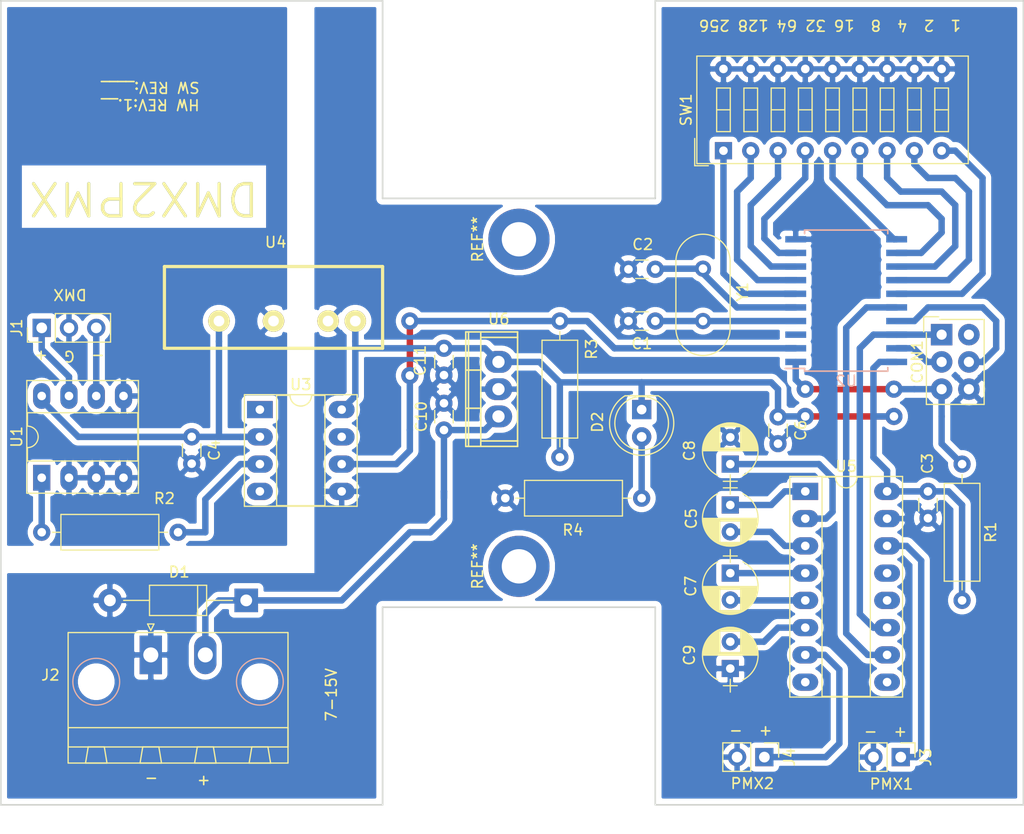
<source format=kicad_pcb>
(kicad_pcb (version 20171130) (host pcbnew "(5.1.8)-1")
  (layers (0 F.Cu jumper) (31 B.Cu signal) (34 B.Paste user) (35 F.Paste user) (36 B.SilkS user) (37 F.SilkS user) (38 B.Mask user) (39 F.Mask user) (44 Edge.Cuts user))
  (net 0 "")
  (net 1 "Net-(C1-Pad1)")
  (net 2 GNDD)
  (net 3 "Net-(C2-Pad1)")
  (net 4 +5VD)
  (net 5 +5V)
  (net 6 GND)
  (net 7 "Net-(C5-Pad1)")
  (net 8 "Net-(C5-Pad2)")
  (net 9 "Net-(C7-Pad1)")
  (net 10 "Net-(C7-Pad2)")
  (net 11 "Net-(C8-Pad1)")
  (net 12 "Net-(CON1-Pad1)")
  (net 13 "Net-(CON1-Pad3)")
  (net 14 "Net-(CON1-Pad5)")
  (net 15 "Net-(CON1-Pad4)")
  (net 16 "Net-(D2-Pad2)")
  (net 17 "Net-(J1-Pad1)")
  (net 18 "Net-(J1-Pad3)")
  (net 19 "Net-(J3-Pad1)")
  (net 20 "Net-(J4-Pad1)")
  (net 21 "Net-(R2-Pad1)")
  (net 22 "Net-(R2-Pad2)")
  (net 23 /1)
  (net 24 /2)
  (net 25 /3)
  (net 26 /4)
  (net 27 /5)
  (net 28 /6)
  (net 29 /7)
  (net 30 /8)
  (net 31 /9)
  (net 32 "Net-(U2-Pad16)")
  (net 33 "Net-(C9-Pad2)")
  (net 34 "Net-(C10-Pad1)")
  (net 35 "Net-(R3-Pad2)")
  (module Mounting_Holes:MountingHole_3.2mm_M3_ISO7380_Pad (layer F.Cu) (at 83.82 116.205 90)
    (fp_text reference REF** (at 0 -3.85 90) (layer F.SilkS))
    (fp_text value MountingHole_3.2mm_M3_ISO7380_Pad)
    (pad 1 thru_hole circle (at 0 0 90) (size 5.7 5.7) (drill 3.2) (layers *.Cu *.Mask))
  )
  (module Mounting_Holes:MountingHole_3.2mm_M3_ISO7380_Pad (layer F.Cu) (at 83.82 85.725 90)
    (fp_text reference REF** (at 0 -3.85 90) (layer F.SilkS))
    (fp_text value MountingHole_3.2mm_M3_ISO7380_Pad)
    (pad 1 thru_hole circle (at 0 0 90) (size 5.7 5.7) (drill 3.2) (layers *.Cu *.Mask))
  )
  (module Housings_SOIC:SOIC-20W_7.5x12.8mm_Pitch1.27mm (layer B.Cu) (at 114.3 91.44)
    (fp_text reference U2 (at 0 7.5) (layer B.SilkS) (effects (justify mirror)))
    (fp_text value ATTINY2313-20SU)
    (pad 1 smd rect (at -4.7 5.715) (size 1.95 0.6) (layers B.Cu B.Paste B.Mask) (net 14 "Net-(CON1-Pad5)"))
    (pad 2 smd rect (at -4.7 4.445) (size 1.95 0.6) (layers B.Cu B.Paste B.Mask) (net 35 "Net-(R3-Pad2)"))
    (pad 3 smd rect (at -4.7 3.175) (size 1.95 0.6) (layers B.Cu B.Paste B.Mask))
    (pad 4 smd rect (at -4.7 1.905) (size 1.95 0.6) (layers B.Cu B.Paste B.Mask) (net 1 "Net-(C1-Pad1)"))
    (pad 5 smd rect (at -4.7 0.635) (size 1.95 0.6) (layers B.Cu B.Paste B.Mask) (net 3 "Net-(C2-Pad1)"))
    (pad 6 smd rect (at -4.7 -0.635) (size 1.95 0.6) (layers B.Cu B.Paste B.Mask) (net 27 /5))
    (pad 7 smd rect (at -4.7 -1.905) (size 1.95 0.6) (layers B.Cu B.Paste B.Mask) (net 28 /6))
    (pad 8 smd rect (at -4.7 -3.175) (size 1.95 0.6) (layers B.Cu B.Paste B.Mask) (net 29 /7))
    (pad 9 smd rect (at -4.7 -4.445) (size 1.95 0.6) (layers B.Cu B.Paste B.Mask) (net 30 /8))
    (pad 10 smd rect (at -4.7 -5.715) (size 1.95 0.6) (layers B.Cu B.Paste B.Mask) (net 2 GNDD))
    (pad 11 smd rect (at 4.7 -5.715) (size 1.95 0.6) (layers B.Cu B.Paste B.Mask) (net 31 /9))
    (pad 12 smd rect (at 4.7 -4.445) (size 1.95 0.6) (layers B.Cu B.Paste B.Mask) (net 23 /1))
    (pad 13 smd rect (at 4.7 -3.175) (size 1.95 0.6) (layers B.Cu B.Paste B.Mask) (net 24 /2))
    (pad 14 smd rect (at 4.7 -1.905) (size 1.95 0.6) (layers B.Cu B.Paste B.Mask) (net 25 /3))
    (pad 15 smd rect (at 4.7 -0.635) (size 1.95 0.6) (layers B.Cu B.Paste B.Mask) (net 26 /4))
    (pad 16 smd rect (at 4.7 0.635) (size 1.95 0.6) (layers B.Cu B.Paste B.Mask) (net 32 "Net-(U2-Pad16)"))
    (pad 17 smd rect (at 4.7 1.905) (size 1.95 0.6) (layers B.Cu B.Paste B.Mask) (net 15 "Net-(CON1-Pad4)"))
    (pad 18 smd rect (at 4.7 3.175) (size 1.95 0.6) (layers B.Cu B.Paste B.Mask) (net 12 "Net-(CON1-Pad1)"))
    (pad 19 smd rect (at 4.7 4.445) (size 1.95 0.6) (layers B.Cu B.Paste B.Mask) (net 13 "Net-(CON1-Pad3)"))
    (pad 20 smd rect (at 4.7 5.715) (size 1.95 0.6) (layers B.Cu B.Paste B.Mask) (net 4 +5VD))
  )
  (module Capacitors_THT:C_Disc_D3.0mm_W1.6mm_P2.50mm (layer F.Cu) (at 96.52 93.345 180)
    (fp_text reference C1 (at 1.25 -2.11 180) (layer F.SilkS))
    (fp_text value C)
    (pad 1 thru_hole circle (at 0 0 180) (size 1.6 1.6) (drill 0.8) (layers *.Cu *.Mask) (net 1 "Net-(C1-Pad1)"))
    (pad 2 thru_hole circle (at 2.5 0 180) (size 1.6 1.6) (drill 0.8) (layers *.Cu *.Mask) (net 2 GNDD))
  )
  (module Capacitors_THT:C_Disc_D3.0mm_W1.6mm_P2.50mm (layer F.Cu) (at 96.52 88.519 180)
    (fp_text reference C2 (at 1.1684 2.3114 180) (layer F.SilkS))
    (fp_text value C)
    (pad 1 thru_hole circle (at 0 0 180) (size 1.6 1.6) (drill 0.8) (layers *.Cu *.Mask) (net 3 "Net-(C2-Pad1)"))
    (pad 2 thru_hole circle (at 2.5 0 180) (size 1.6 1.6) (drill 0.8) (layers *.Cu *.Mask) (net 2 GNDD))
  )
  (module Buttons_Switches_THT:SW_DIP_x9_W7.62mm_Slide (layer F.Cu) (at 102.87 77.47 90)
    (fp_text reference SW1 (at 3.81 -3.48 90) (layer F.SilkS))
    (fp_text value SW_DIP_x09)
    (pad 1 thru_hole rect (at 0 0 90) (size 1.6 1.6) (drill 0.8) (layers *.Cu *.Mask) (net 27 /5))
    (pad 10 thru_hole oval (at 7.62 20.32 90) (size 1.6 1.6) (drill 0.8) (layers *.Cu *.Mask) (net 2 GNDD))
    (pad 2 thru_hole oval (at 0 2.54 90) (size 1.6 1.6) (drill 0.8) (layers *.Cu *.Mask) (net 28 /6))
    (pad 11 thru_hole oval (at 7.62 17.78 90) (size 1.6 1.6) (drill 0.8) (layers *.Cu *.Mask) (net 2 GNDD))
    (pad 3 thru_hole oval (at 0 5.08 90) (size 1.6 1.6) (drill 0.8) (layers *.Cu *.Mask) (net 29 /7))
    (pad 12 thru_hole oval (at 7.62 15.24 90) (size 1.6 1.6) (drill 0.8) (layers *.Cu *.Mask) (net 2 GNDD))
    (pad 4 thru_hole oval (at 0 7.62 90) (size 1.6 1.6) (drill 0.8) (layers *.Cu *.Mask) (net 30 /8))
    (pad 13 thru_hole oval (at 7.62 12.7 90) (size 1.6 1.6) (drill 0.8) (layers *.Cu *.Mask) (net 2 GNDD))
    (pad 5 thru_hole oval (at 0 10.16 90) (size 1.6 1.6) (drill 0.8) (layers *.Cu *.Mask) (net 31 /9))
    (pad 14 thru_hole oval (at 7.62 10.16 90) (size 1.6 1.6) (drill 0.8) (layers *.Cu *.Mask) (net 2 GNDD))
    (pad 6 thru_hole oval (at 0 12.7 90) (size 1.6 1.6) (drill 0.8) (layers *.Cu *.Mask) (net 23 /1))
    (pad 15 thru_hole oval (at 7.62 7.62 90) (size 1.6 1.6) (drill 0.8) (layers *.Cu *.Mask) (net 2 GNDD))
    (pad 7 thru_hole oval (at 0 15.24 90) (size 1.6 1.6) (drill 0.8) (layers *.Cu *.Mask) (net 24 /2))
    (pad 16 thru_hole oval (at 7.62 5.08 90) (size 1.6 1.6) (drill 0.8) (layers *.Cu *.Mask) (net 2 GNDD))
    (pad 8 thru_hole oval (at 0 17.78 90) (size 1.6 1.6) (drill 0.8) (layers *.Cu *.Mask) (net 25 /3))
    (pad 17 thru_hole oval (at 7.62 2.54 90) (size 1.6 1.6) (drill 0.8) (layers *.Cu *.Mask) (net 2 GNDD))
    (pad 9 thru_hole oval (at 0 20.32 90) (size 1.6 1.6) (drill 0.8) (layers *.Cu *.Mask) (net 26 /4))
    (pad 18 thru_hole oval (at 7.62 0 90) (size 1.6 1.6) (drill 0.8) (layers *.Cu *.Mask) (net 2 GNDD))
  )
  (module Crystals:Crystal_HC49-U_Vertical (layer F.Cu) (at 100.965 93.345 90)
    (fp_text reference Y1 (at 2.7178 3.683 90) (layer F.SilkS))
    (fp_text value Crystal)
    (pad 1 thru_hole circle (at 0 0 90) (size 1.5 1.5) (drill 0.8) (layers *.Cu *.Mask) (net 1 "Net-(C1-Pad1)"))
    (pad 2 thru_hole circle (at 4.88 0 90) (size 1.5 1.5) (drill 0.8) (layers *.Cu *.Mask) (net 3 "Net-(C2-Pad1)"))
  )
  (module Connectors_Samtec:SDL-106-X-XX_2x03 (layer F.Cu) (at 123.19 94.615)
    (fp_text reference CON1 (at -2.27 2.54 90) (layer F.SilkS))
    (fp_text value AVR-ISP-6)
    (pad 1 thru_hole rect (at 0 0) (size 2 2) (drill 0.95) (layers *.Cu *.Mask) (net 12 "Net-(CON1-Pad1)"))
    (pad 3 thru_hole circle (at 0 2.54) (size 2 2) (drill 0.95) (layers *.Cu *.Mask) (net 13 "Net-(CON1-Pad3)"))
    (pad 5 thru_hole circle (at 0 5.08) (size 2 2) (drill 0.95) (layers *.Cu *.Mask) (net 14 "Net-(CON1-Pad5)"))
    (pad 2 thru_hole circle (at 2.54 0) (size 2 2) (drill 0.95) (layers *.Cu *.Mask))
    (pad 4 thru_hole circle (at 2.54 2.54) (size 2 2) (drill 0.95) (layers *.Cu *.Mask) (net 15 "Net-(CON1-Pad4)"))
    (pad 6 thru_hole circle (at 2.54 5.08) (size 2 2) (drill 0.95) (layers *.Cu *.Mask) (net 2 GNDD))
  )
  (module Capacitors_THT:C_Disc_D3.0mm_W1.6mm_P2.50mm (layer F.Cu) (at 76.835 95.885 270)
    (fp_text reference C11 (at 1.143 2.2098 90) (layer F.SilkS))
    (fp_text value C)
    (pad 1 thru_hole circle (at 0 0 270) (size 1.6 1.6) (drill 0.8) (layers *.Cu *.Mask) (net 4 +5VD))
    (pad 2 thru_hole circle (at 2.5 0 270) (size 1.6 1.6) (drill 0.8) (layers *.Cu *.Mask) (net 2 GNDD))
  )
  (module Power_Integrations:TO-220 (layer F.Cu) (at 81.915 99.695 90)
    (fp_text reference U6 (at 6.5278 0.0254 180) (layer F.SilkS))
    (fp_text value L7805)
    (pad 2 thru_hole oval (at 0 0 90) (size 2.032 2.54) (drill 1.143) (layers *.Cu *.Mask) (net 2 GNDD))
    (pad 3 thru_hole oval (at 2.54 0 90) (size 2.032 2.54) (drill 1.143) (layers *.Cu *.Mask) (net 4 +5VD))
    (pad 1 thru_hole oval (at -2.54 0 90) (size 2.032 2.54) (drill 1.143) (layers *.Cu *.Mask) (net 34 "Net-(C10-Pad1)"))
  )
  (module Resistors_THT:R_Axial_DIN0309_L9.0mm_D3.2mm_P12.70mm_Horizontal (layer F.Cu) (at 125.095 106.68 270)
    (fp_text reference R1 (at 6.35 -2.66 270) (layer F.SilkS))
    (fp_text value 10K)
    (pad 1 thru_hole circle (at 0 0 270) (size 1.6 1.6) (drill 0.8) (layers *.Cu *.Mask) (net 14 "Net-(CON1-Pad5)"))
    (pad 2 thru_hole oval (at 12.7 0 270) (size 1.6 1.6) (drill 0.8) (layers *.Cu *.Mask) (net 4 +5VD))
  )
  (module Capacitors_THT:C_Disc_D3.0mm_W1.6mm_P2.50mm (layer F.Cu) (at 53.34 104.14 270)
    (fp_text reference C4 (at 1.25 -2.11 270) (layer F.SilkS))
    (fp_text value C)
    (pad 1 thru_hole circle (at 0 0 270) (size 1.6 1.6) (drill 0.8) (layers *.Cu *.Mask) (net 5 +5V))
    (pad 2 thru_hole circle (at 2.5 0 270) (size 1.6 1.6) (drill 0.8) (layers *.Cu *.Mask) (net 6 GND))
  )
  (module Capacitors_THT:CP_Radial_D5.0mm_P2.50mm (layer F.Cu) (at 103.505 110.49 270)
    (fp_text reference C5 (at 1.27 3.6322 270) (layer F.SilkS))
    (fp_text value CP)
    (pad 1 thru_hole rect (at 0 0 270) (size 1.6 1.6) (drill 0.8) (layers *.Cu *.Mask) (net 7 "Net-(C5-Pad1)"))
    (pad 2 thru_hole circle (at 2.5 0 270) (size 1.6 1.6) (drill 0.8) (layers *.Cu *.Mask) (net 8 "Net-(C5-Pad2)"))
  )
  (module Capacitors_THT:C_Disc_D3.0mm_W1.6mm_P2.50mm (layer F.Cu) (at 107.95 102.275 270)
    (fp_text reference C6 (at 1.25 -2.11 270) (layer F.SilkS))
    (fp_text value C)
    (pad 1 thru_hole circle (at 0 0 270) (size 1.6 1.6) (drill 0.8) (layers *.Cu *.Mask) (net 4 +5VD))
    (pad 2 thru_hole circle (at 2.5 0 270) (size 1.6 1.6) (drill 0.8) (layers *.Cu *.Mask) (net 2 GNDD))
  )
  (module Capacitors_THT:CP_Radial_D5.0mm_P2.50mm (layer F.Cu) (at 103.505 116.84 270)
    (fp_text reference C7 (at 1.2192 3.683 270) (layer F.SilkS))
    (fp_text value CP)
    (pad 1 thru_hole rect (at 0 0 270) (size 1.6 1.6) (drill 0.8) (layers *.Cu *.Mask) (net 9 "Net-(C7-Pad1)"))
    (pad 2 thru_hole circle (at 2.5 0 270) (size 1.6 1.6) (drill 0.8) (layers *.Cu *.Mask) (net 10 "Net-(C7-Pad2)"))
  )
  (module Capacitors_THT:CP_Radial_D5.0mm_P2.50mm (layer F.Cu) (at 103.505 106.68 90)
    (fp_text reference C8 (at 1.25 -3.81 90) (layer F.SilkS))
    (fp_text value CP)
    (pad 1 thru_hole rect (at 0 0 90) (size 1.6 1.6) (drill 0.8) (layers *.Cu *.Mask) (net 11 "Net-(C8-Pad1)"))
    (pad 2 thru_hole circle (at 2.5 0 90) (size 1.6 1.6) (drill 0.8) (layers *.Cu *.Mask) (net 2 GNDD))
  )
  (module Capacitors_THT:C_Disc_D3.0mm_W1.6mm_P2.50mm (layer F.Cu) (at 76.835 103.505 90)
    (fp_text reference C10 (at 1.25 -2.11 90) (layer F.SilkS))
    (fp_text value C)
    (pad 1 thru_hole circle (at 0 0 90) (size 1.6 1.6) (drill 0.8) (layers *.Cu *.Mask) (net 34 "Net-(C10-Pad1)"))
    (pad 2 thru_hole circle (at 2.5 0 90) (size 1.6 1.6) (drill 0.8) (layers *.Cu *.Mask) (net 2 GNDD))
  )
  (module Diodes_THT:D_DO-41_SOD81_P12.70mm_Horizontal (layer F.Cu) (at 58.42 119.38 180)
    (fp_text reference D1 (at 6.2484 2.6416 180) (layer F.SilkS))
    (fp_text value D)
    (pad 1 thru_hole rect (at 0 0 180) (size 2.2 2.2) (drill 1.1) (layers *.Cu *.Mask) (net 34 "Net-(C10-Pad1)"))
    (pad 2 thru_hole oval (at 12.7 0 180) (size 2.2 2.2) (drill 1.1) (layers *.Cu *.Mask) (net 2 GNDD))
  )
  (module LEDs:LED_D5.0mm (layer F.Cu) (at 95.25 101.6 270)
    (fp_text reference D2 (at 1.1684 4.1148 270) (layer F.SilkS))
    (fp_text value LED)
    (pad 1 thru_hole rect (at 0 0 270) (size 1.8 1.8) (drill 0.9) (layers *.Cu *.Mask) (net 4 +5VD))
    (pad 2 thru_hole circle (at 2.54 0 270) (size 1.8 1.8) (drill 0.9) (layers *.Cu *.Mask) (net 16 "Net-(D2-Pad2)"))
  )
  (module Socket_Strips:Socket_Strip_Straight_1x03_Pitch2.54mm (layer F.Cu) (at 39.37 93.98 90)
    (fp_text reference J1 (at 0 -2.33 90) (layer F.SilkS))
    (fp_text value Conn_01x03)
    (pad 1 thru_hole rect (at 0 0 90) (size 1.7 1.7) (drill 1) (layers *.Cu *.Mask) (net 17 "Net-(J1-Pad1)"))
    (pad 2 thru_hole oval (at 0 2.54 90) (size 1.7 1.7) (drill 1) (layers *.Cu *.Mask) (net 6 GND))
    (pad 3 thru_hole oval (at 0 5.08 90) (size 1.7 1.7) (drill 1) (layers *.Cu *.Mask) (net 18 "Net-(J1-Pad3)"))
  )
  (module Socket_Strips:Socket_Strip_Straight_1x02_Pitch2.54mm (layer F.Cu) (at 119.38 133.985 270)
    (fp_text reference J3 (at 0 -2.33 270) (layer F.SilkS))
    (fp_text value Conn_01x02)
    (pad 1 thru_hole rect (at 0 0 270) (size 1.7 1.7) (drill 1) (layers *.Cu *.Mask) (net 19 "Net-(J3-Pad1)"))
    (pad 2 thru_hole oval (at 0 2.54 270) (size 1.7 1.7) (drill 1) (layers *.Cu *.Mask) (net 2 GNDD))
  )
  (module Socket_Strips:Socket_Strip_Straight_1x02_Pitch2.54mm (layer F.Cu) (at 106.68 133.985 270)
    (fp_text reference J4 (at 0 -2.33 270) (layer F.SilkS))
    (fp_text value Conn_01x02)
    (pad 1 thru_hole rect (at 0 0 270) (size 1.7 1.7) (drill 1) (layers *.Cu *.Mask) (net 20 "Net-(J4-Pad1)"))
    (pad 2 thru_hole oval (at 0 2.54 270) (size 1.7 1.7) (drill 1) (layers *.Cu *.Mask) (net 2 GNDD))
  )
  (module Resistors_THT:R_Axial_DIN0309_L9.0mm_D3.2mm_P12.70mm_Horizontal (layer F.Cu) (at 52.07 113.03 180)
    (fp_text reference R2 (at 1.27 3.1496 180) (layer F.SilkS))
    (fp_text value 220R)
    (pad 1 thru_hole circle (at 0 0 180) (size 1.6 1.6) (drill 0.8) (layers *.Cu *.Mask) (net 21 "Net-(R2-Pad1)"))
    (pad 2 thru_hole oval (at 12.7 0 180) (size 1.6 1.6) (drill 0.8) (layers *.Cu *.Mask) (net 22 "Net-(R2-Pad2)"))
  )
  (module Resistors_THT:R_Axial_DIN0309_L9.0mm_D3.2mm_P12.70mm_Horizontal (layer F.Cu) (at 82.55 109.855)
    (fp_text reference R4 (at 6.2992 2.9718) (layer F.SilkS))
    (fp_text value 220R)
    (pad 1 thru_hole circle (at 0 0) (size 1.6 1.6) (drill 0.8) (layers *.Cu *.Mask) (net 2 GNDD))
    (pad 2 thru_hole oval (at 12.7 0) (size 1.6 1.6) (drill 0.8) (layers *.Cu *.Mask) (net 16 "Net-(D2-Pad2)"))
  )
  (module Housings_DIP:DIP-8_W7.62mm_Socket_LongPads (layer F.Cu) (at 39.37 107.95 90)
    (fp_text reference U1 (at 3.81 -2.33 90) (layer F.SilkS))
    (fp_text value SP3481EP)
    (pad 1 thru_hole rect (at 0 0 90) (size 2.4 1.6) (drill 0.8) (layers *.Cu *.Mask) (net 22 "Net-(R2-Pad2)"))
    (pad 5 thru_hole oval (at 7.62 7.62 90) (size 2.4 1.6) (drill 0.8) (layers *.Cu *.Mask) (net 6 GND))
    (pad 2 thru_hole oval (at 0 2.54 90) (size 2.4 1.6) (drill 0.8) (layers *.Cu *.Mask) (net 6 GND))
    (pad 6 thru_hole oval (at 7.62 5.08 90) (size 2.4 1.6) (drill 0.8) (layers *.Cu *.Mask) (net 18 "Net-(J1-Pad3)"))
    (pad 3 thru_hole oval (at 0 5.08 90) (size 2.4 1.6) (drill 0.8) (layers *.Cu *.Mask) (net 6 GND))
    (pad 7 thru_hole oval (at 7.62 2.54 90) (size 2.4 1.6) (drill 0.8) (layers *.Cu *.Mask) (net 17 "Net-(J1-Pad1)"))
    (pad 4 thru_hole oval (at 0 7.62 90) (size 2.4 1.6) (drill 0.8) (layers *.Cu *.Mask) (net 6 GND))
    (pad 8 thru_hole oval (at 7.62 0 90) (size 2.4 1.6) (drill 0.8) (layers *.Cu *.Mask) (net 5 +5V))
  )
  (module manuf:RECOM-REE-0505S (layer F.Cu) (at 60.96 93.345 180)
    (fp_text reference U4 (at -0.2032 7.3406 180) (layer F.SilkS))
    (fp_text value REE-0505S)
    (pad 1 thru_hole circle (at -7.62 0 180) (size 2 2) (drill 1) (layers *.Cu *.Mask F.SilkS) (net 4 +5VD))
    (pad 2 thru_hole circle (at -5.08 0 180) (size 2 2) (drill 1) (layers *.Cu *.Mask F.SilkS) (net 2 GNDD))
    (pad 4 thru_hole circle (at 0 0 180) (size 2 2) (drill 1) (layers *.Cu *.Mask F.SilkS) (net 6 GND))
    (pad 6 thru_hole circle (at 5.08 0 180) (size 2 2) (drill 1) (layers *.Cu *.Mask F.SilkS) (net 5 +5V))
  )
  (module Housings_DIP:DIP-16_W7.62mm_Socket_LongPads (layer F.Cu) (at 110.49 109.22)
    (fp_text reference U5 (at 3.81 -2.33) (layer F.SilkS))
    (fp_text value MAX232)
    (pad 1 thru_hole rect (at 0 0) (size 2.4 1.6) (drill 0.8) (layers *.Cu *.Mask) (net 7 "Net-(C5-Pad1)"))
    (pad 9 thru_hole oval (at 7.62 17.78) (size 2.4 1.6) (drill 0.8) (layers *.Cu *.Mask))
    (pad 2 thru_hole oval (at 0 2.54) (size 2.4 1.6) (drill 0.8) (layers *.Cu *.Mask) (net 11 "Net-(C8-Pad1)"))
    (pad 10 thru_hole oval (at 7.62 15.24) (size 2.4 1.6) (drill 0.8) (layers *.Cu *.Mask) (net 32 "Net-(U2-Pad16)"))
    (pad 3 thru_hole oval (at 0 5.08) (size 2.4 1.6) (drill 0.8) (layers *.Cu *.Mask) (net 8 "Net-(C5-Pad2)"))
    (pad 11 thru_hole oval (at 7.62 12.7) (size 2.4 1.6) (drill 0.8) (layers *.Cu *.Mask) (net 12 "Net-(CON1-Pad1)"))
    (pad 4 thru_hole oval (at 0 7.62) (size 2.4 1.6) (drill 0.8) (layers *.Cu *.Mask) (net 9 "Net-(C7-Pad1)"))
    (pad 12 thru_hole oval (at 7.62 10.16) (size 2.4 1.6) (drill 0.8) (layers *.Cu *.Mask))
    (pad 5 thru_hole oval (at 0 10.16) (size 2.4 1.6) (drill 0.8) (layers *.Cu *.Mask) (net 10 "Net-(C7-Pad2)"))
    (pad 13 thru_hole oval (at 7.62 7.62) (size 2.4 1.6) (drill 0.8) (layers *.Cu *.Mask))
    (pad 6 thru_hole oval (at 0 12.7) (size 2.4 1.6) (drill 0.8) (layers *.Cu *.Mask) (net 33 "Net-(C9-Pad2)"))
    (pad 14 thru_hole oval (at 7.62 5.08) (size 2.4 1.6) (drill 0.8) (layers *.Cu *.Mask) (net 19 "Net-(J3-Pad1)"))
    (pad 7 thru_hole oval (at 0 15.24) (size 2.4 1.6) (drill 0.8) (layers *.Cu *.Mask) (net 20 "Net-(J4-Pad1)"))
    (pad 15 thru_hole oval (at 7.62 2.54) (size 2.4 1.6) (drill 0.8) (layers *.Cu *.Mask) (net 2 GNDD))
    (pad 8 thru_hole oval (at 0 17.78) (size 2.4 1.6) (drill 0.8) (layers *.Cu *.Mask))
    (pad 16 thru_hole oval (at 7.62 0) (size 2.4 1.6) (drill 0.8) (layers *.Cu *.Mask) (net 4 +5VD))
  )
  (module Capacitors_THT:CP_Radial_D5.0mm_P2.50mm (layer F.Cu) (at 103.505 125.73 90)
    (fp_text reference C9 (at 1.25 -3.81 90) (layer F.SilkS))
    (fp_text value CP)
    (pad 1 thru_hole rect (at 0 0 90) (size 1.6 1.6) (drill 0.8) (layers *.Cu *.Mask) (net 2 GNDD))
    (pad 2 thru_hole circle (at 2.5 0 90) (size 1.6 1.6) (drill 0.8) (layers *.Cu *.Mask) (net 33 "Net-(C9-Pad2)"))
  )
  (module Capacitors_THT:C_Disc_D3.0mm_W1.6mm_P2.50mm (layer F.Cu) (at 121.92 109.22 270)
    (fp_text reference C3 (at -2.5908 0.0508 270) (layer F.SilkS))
    (fp_text value C)
    (pad 2 thru_hole circle (at 2.5 0 270) (size 1.6 1.6) (drill 0.8) (layers *.Cu *.Mask) (net 2 GNDD))
    (pad 1 thru_hole circle (at 0 0 270) (size 1.6 1.6) (drill 0.8) (layers *.Cu *.Mask) (net 4 +5VD))
  )
  (module Connectors_Phoenix:PhoenixContact_MSTB-GF_02x5.08mm_Angled_ThreadedFlange_MountHole (layer F.Cu) (at 49.53 124.46)
    (fp_text reference J2 (at -9.3472 1.8796) (layer F.SilkS))
    (fp_text value Conn_01x02_Female)
    (pad "" np_thru_hole circle (at 10.16 2.5) (size 2.4 2.4) (drill 2.4) (layers *.Cu *.Mask))
    (pad "" np_thru_hole circle (at -5.08 2.5) (size 2.4 2.4) (drill 2.4) (layers *.Cu *.Mask))
    (pad 2 thru_hole oval (at 5.08 0) (size 2.08 3.6) (drill 1.4) (layers *.Cu *.Mask) (net 34 "Net-(C10-Pad1)"))
    (pad 1 thru_hole rect (at 0 0) (size 2.08 3.6) (drill 1.4) (layers *.Cu *.Mask) (net 2 GNDD))
  )
  (module Resistors_THT:R_Axial_DIN0309_L9.0mm_D3.2mm_P12.70mm_Horizontal (layer F.Cu) (at 87.63 106.045 90)
    (fp_text reference R3 (at 10.0838 2.9464 90) (layer F.SilkS))
    (fp_text value 220R)
    (pad 2 thru_hole oval (at 12.7 0 90) (size 1.6 1.6) (drill 0.8) (layers *.Cu *.Mask) (net 35 "Net-(R3-Pad2)"))
    (pad 1 thru_hole circle (at 0 0 90) (size 1.6 1.6) (drill 0.8) (layers *.Cu *.Mask) (net 4 +5VD))
  )
  (module Housings_DIP:DIP-8_W7.62mm_Socket_LongPads (layer F.Cu) (at 59.69 101.6)
    (fp_text reference U3 (at 3.81 -2.33) (layer F.SilkS))
    (fp_text value 6N136S)
    (pad 8 thru_hole oval (at 7.62 0) (size 2.4 1.6) (drill 0.8) (layers *.Cu *.Mask) (net 4 +5VD))
    (pad 4 thru_hole oval (at 0 7.62) (size 2.4 1.6) (drill 0.8) (layers *.Cu *.Mask))
    (pad 7 thru_hole oval (at 7.62 2.54) (size 2.4 1.6) (drill 0.8) (layers *.Cu *.Mask))
    (pad 3 thru_hole oval (at 0 5.08) (size 2.4 1.6) (drill 0.8) (layers *.Cu *.Mask) (net 21 "Net-(R2-Pad1)"))
    (pad 6 thru_hole oval (at 7.62 5.08) (size 2.4 1.6) (drill 0.8) (layers *.Cu *.Mask) (net 35 "Net-(R3-Pad2)"))
    (pad 2 thru_hole oval (at 0 2.54) (size 2.4 1.6) (drill 0.8) (layers *.Cu *.Mask) (net 5 +5V))
    (pad 5 thru_hole oval (at 7.62 7.62) (size 2.4 1.6) (drill 0.8) (layers *.Cu *.Mask) (net 2 GNDD))
    (pad 1 thru_hole rect (at 0 0) (size 2.4 1.6) (drill 0.8) (layers *.Cu *.Mask))
  )
  (gr_text "1  2  4  8  16 32 64 128 256" (at 112.776 65.786 180) (layer F.SilkS) (effects (font (size 1 1))))
  (gr_text "-  G  +" (at 41.9608 96.6216 180) (layer F.SilkS) (effects (font (size 1 1))))
  (gr_text DMX (at 42.0116 90.8812 180) (layer F.SilkS) (effects (font (size 1 1))))
  (gr_text "-  +" (at 105.41 131.4704) (layer F.SilkS) (effects (font (size 1 1))))
  (gr_text "-  +" (at 117.9576 131.572) (layer F.SilkS) (effects (font (size 1 1))))
  (gr_text PMX2 (at 105.5624 136.4488) (layer F.SilkS) (effects (font (size 1 1))))
  (gr_text PMX1 (at 118.5164 136.4996) (layer F.SilkS) (effects (font (size 1 1))))
  (gr_text 7-15V (at 66.3448 128.1684 90) (layer F.SilkS) (effects (font (size 1 1))))
  (gr_text - (at 49.5808 135.89) (layer F.SilkS) (effects (font (size 1 1))))
  (gr_text + (at 54.4576 136.0932) (layer F.SilkS) (effects (font (size 1 1))))
  (gr_text "HW REV:1.__\nSW REV:____" (at 54.1655 72.3773 180) (layer F.SilkS) (effects (font (size 1 1)) (justify left)))
  (gr_text DMX2PMX (at 48.895 81.915 180) (layer F.SilkS) (effects (font (size 3 3) (thickness 0.3))))
  (gr_text DMX2PMX (at 48.895 81.915 180) (layer B.Cu) (effects (font (size 3 3) (thickness 0.3))))
  (gr_line (start 71.12 63.5) (end 71.12 81.915) (layer Edge.Cuts) (width 0.15))
  (gr_line (start 96.52 63.5) (end 96.52 81.915) (layer Edge.Cuts) (width 0.15))
  (gr_line (start 71.12 81.915) (end 96.52 81.915) (layer Edge.Cuts) (width 0.15))
  (gr_line (start 71.12 120.015) (end 96.52 120.015) (layer Edge.Cuts) (width 0.15))
  (gr_line (start 96.52 138.43) (end 96.52 120.015) (layer Edge.Cuts) (width 0.15))
  (gr_line (start 71.12 138.43) (end 71.12 120.015) (layer Edge.Cuts) (width 0.15))
  (gr_line (start 35.56 63.5) (end 35.56 138.43) (layer Edge.Cuts) (width 0.15))
  (gr_line (start 71.12 63.5) (end 35.56 63.5) (layer Edge.Cuts) (width 0.15))
  (gr_line (start 71.12 138.43) (end 35.56 138.43) (layer Edge.Cuts) (width 0.15))
  (gr_line (start 130.81 138.43) (end 96.52 138.43) (layer Edge.Cuts) (width 0.15))
  (gr_line (start 130.81 63.5) (end 130.81 138.43) (layer Edge.Cuts) (width 0.15))
  (gr_line (start 130.81 63.5) (end 96.52 63.5) (layer Edge.Cuts) (width 0.15))
  (segment (start 109.6 93.345) (end 104.14 93.345) (width 0.6) (layer B.Cu) (net 1))
  (segment (start 104.14 93.345) (end 99.695 93.345) (width 0.6) (layer B.Cu) (net 1))
  (segment (start 100.33 93.345) (end 99.695 93.345) (width 0.6) (layer B.Cu) (net 1))
  (segment (start 99.695 93.345) (end 97.155 93.345) (width 0.6) (layer B.Cu) (net 1))
  (segment (start 97.155 88.465) (end 100.53 88.465) (width 0.6) (layer B.Cu) (net 3))
  (segment (start 104.14 92.075) (end 109.6 92.075) (width 0.6) (layer B.Cu) (net 3))
  (segment (start 104.14 92.075) (end 100.53 88.465) (width 0.6) (layer B.Cu) (net 3))
  (via (at 118.745 102.235) (size 1.6) (drill 0.8) (layers F.Cu B.Cu) (net 4))
  (segment (start 80.645 95.885) (end 81.915 97.155) (width 0.6) (layer B.Cu) (net 4))
  (segment (start 76.835 95.885) (end 80.645 95.885) (width 0.6) (layer B.Cu) (net 4))
  (segment (start 118.11 109.22) (end 121.92 109.22) (width 0.6) (layer B.Cu) (net 4))
  (segment (start 125.095 119.38) (end 125.095 110.49) (width 0.6) (layer B.Cu) (net 4))
  (segment (start 125.095 110.49) (end 123.825 109.22) (width 0.6) (layer B.Cu) (net 4))
  (segment (start 123.825 109.22) (end 121.92 109.22) (width 0.6) (layer B.Cu) (net 4))
  (segment (start 118.745 102.235) (end 116.84 102.235) (width 0.6) (layer B.Cu) (net 4))
  (segment (start 117.61363 102.235) (end 110.49 102.235) (width 0.6) (layer F.Cu) (net 4))
  (segment (start 118.745 102.235) (end 117.61363 102.235) (width 0.6) (layer F.Cu) (net 4))
  (segment (start 76.835 95.885) (end 68.58 95.885) (width 0.6) (layer B.Cu) (net 4))
  (segment (start 117.425 97.155) (end 116.84 97.74) (width 0.6) (layer B.Cu) (net 4))
  (segment (start 119 97.155) (end 117.425 97.155) (width 0.6) (layer B.Cu) (net 4))
  (segment (start 116.84 97.74) (end 116.84 106.045) (width 0.6) (layer B.Cu) (net 4))
  (segment (start 118.11 107.315) (end 118.11 109.22) (width 0.6) (layer B.Cu) (net 4))
  (segment (start 116.84 106.045) (end 118.11 107.315) (width 0.6) (layer B.Cu) (net 4))
  (segment (start 107.95 99.695) (end 107.95 102.275) (width 0.6) (layer B.Cu) (net 4))
  (via (at 110.49 102.235) (size 1.6) (drill 0.8) (layers F.Cu B.Cu) (net 4))
  (segment (start 107.99 102.235) (end 107.95 102.275) (width 0.6) (layer B.Cu) (net 4))
  (segment (start 110.49 102.235) (end 107.99 102.235) (width 0.6) (layer B.Cu) (net 4))
  (segment (start 68.58 95.25) (end 68.58 93.345) (width 0.6) (layer B.Cu) (net 4))
  (segment (start 67.31 101.6) (end 68.58 100.33) (width 0.6) (layer B.Cu) (net 4))
  (segment (start 68.58 100.33) (end 68.58 95.25) (width 0.6) (layer B.Cu) (net 4))
  (segment (start 85.725 97.155) (end 87.63 99.06) (width 0.6) (layer B.Cu) (net 4))
  (segment (start 87.63 106.045) (end 87.63 99.06) (width 0.6) (layer B.Cu) (net 4))
  (segment (start 81.915 97.155) (end 85.725 97.155) (width 0.6) (layer B.Cu) (net 4))
  (segment (start 107.315 99.06) (end 107.95 99.695) (width 0.6) (layer B.Cu) (net 4))
  (segment (start 95.25 101.6) (end 95.25 99.06) (width 0.6) (layer B.Cu) (net 4))
  (segment (start 87.63 99.06) (end 95.25 99.06) (width 0.6) (layer B.Cu) (net 4))
  (segment (start 95.25 99.06) (end 107.315 99.06) (width 0.6) (layer B.Cu) (net 4))
  (segment (start 57.89 104.14) (end 59.69 104.14) (width 0.6) (layer B.Cu) (net 5))
  (segment (start 39.37 100.73) (end 42.78 104.14) (width 0.6) (layer B.Cu) (net 5))
  (segment (start 39.37 100.33) (end 39.37 100.73) (width 0.6) (layer B.Cu) (net 5))
  (segment (start 55.88 95.25) (end 55.88 104.14) (width 0.6) (layer B.Cu) (net 5))
  (segment (start 42.78 104.14) (end 53.34 104.14) (width 0.6) (layer B.Cu) (net 5))
  (segment (start 55.88 104.14) (end 57.89 104.14) (width 0.6) (layer B.Cu) (net 5))
  (segment (start 55.88 104.14) (end 53.34 104.14) (width 0.6) (layer B.Cu) (net 5))
  (segment (start 55.88 95.25) (end 55.88 93.345) (width 0.6) (layer B.Cu) (net 5))
  (segment (start 110.49 109.22) (end 108.585 109.22) (width 0.6) (layer B.Cu) (net 7))
  (segment (start 107.315 110.49) (end 104.14 110.49) (width 0.6) (layer B.Cu) (net 7))
  (segment (start 108.585 109.22) (end 107.315 110.49) (width 0.6) (layer B.Cu) (net 7))
  (segment (start 110.49 114.3) (end 108.585 114.3) (width 0.6) (layer B.Cu) (net 8))
  (segment (start 107.275 112.99) (end 104.14 112.99) (width 0.6) (layer B.Cu) (net 8))
  (segment (start 108.585 114.3) (end 107.275 112.99) (width 0.6) (layer B.Cu) (net 8))
  (segment (start 110.49 116.84) (end 104.14 116.84) (width 0.6) (layer B.Cu) (net 9))
  (segment (start 104.18 119.38) (end 104.14 119.34) (width 0.6) (layer B.Cu) (net 10))
  (segment (start 110.49 119.38) (end 104.18 119.38) (width 0.6) (layer B.Cu) (net 10))
  (segment (start 111.76 106.68) (end 104.14 106.68) (width 0.6) (layer B.Cu) (net 11))
  (segment (start 113.03 107.95) (end 111.76 106.68) (width 0.6) (layer B.Cu) (net 11))
  (segment (start 113.03 111.125) (end 113.03 107.95) (width 0.6) (layer B.Cu) (net 11))
  (segment (start 110.49 111.76) (end 112.395 111.76) (width 0.6) (layer B.Cu) (net 11))
  (segment (start 112.395 111.76) (end 113.03 111.125) (width 0.6) (layer B.Cu) (net 11))
  (segment (start 119 94.615) (end 123.19 94.615) (width 0.6) (layer B.Cu) (net 12))
  (segment (start 116.84 94.615) (end 119 94.615) (width 0.6) (layer B.Cu) (net 12))
  (segment (start 115.57 95.885) (end 116.84 94.615) (width 0.6) (layer B.Cu) (net 12))
  (segment (start 115.57 120.65) (end 115.57 95.885) (width 0.6) (layer B.Cu) (net 12))
  (segment (start 118.11 121.92) (end 116.84 121.92) (width 0.6) (layer B.Cu) (net 12))
  (segment (start 116.84 121.92) (end 115.57 120.65) (width 0.6) (layer B.Cu) (net 12))
  (segment (start 120.575 95.885) (end 121.845 97.155) (width 0.6) (layer B.Cu) (net 13))
  (segment (start 119 95.885) (end 120.575 95.885) (width 0.6) (layer B.Cu) (net 13))
  (segment (start 121.845 97.155) (end 123.19 97.155) (width 0.6) (layer B.Cu) (net 13))
  (via (at 110.49 99.695) (size 1.6) (drill 0.8) (layers F.Cu B.Cu) (net 14))
  (via (at 118.745 99.695) (size 1.6) (drill 0.8) (layers F.Cu B.Cu) (net 14))
  (segment (start 123.19 104.775) (end 125.095 106.68) (width 0.6) (layer B.Cu) (net 14))
  (segment (start 123.19 99.695) (end 123.19 102.235) (width 0.6) (layer B.Cu) (net 14))
  (segment (start 123.19 99.695) (end 120.65 99.695) (width 0.6) (layer B.Cu) (net 14))
  (segment (start 118.745 99.695) (end 110.49 99.695) (width 0.6) (layer F.Cu) (net 14))
  (segment (start 110.49 99.695) (end 109.6 98.805) (width 0.6) (layer B.Cu) (net 14))
  (segment (start 109.6 97.155) (end 109.6 98.805) (width 0.6) (layer B.Cu) (net 14))
  (segment (start 123.19 104.775) (end 123.19 102.235) (width 0.6) (layer B.Cu) (net 14))
  (segment (start 120.65 99.695) (end 118.745 99.695) (width 0.6) (layer B.Cu) (net 14))
  (segment (start 127 97.155) (end 125.73 97.155) (width 0.6) (layer B.Cu) (net 15))
  (segment (start 120.65 93.345) (end 121.92 92.075) (width 0.6) (layer B.Cu) (net 15))
  (segment (start 119 93.345) (end 120.65 93.345) (width 0.6) (layer B.Cu) (net 15))
  (segment (start 121.92 92.075) (end 127 92.075) (width 0.6) (layer B.Cu) (net 15))
  (segment (start 127 92.075) (end 128.27 93.345) (width 0.6) (layer B.Cu) (net 15))
  (segment (start 128.27 93.345) (end 128.27 95.885) (width 0.6) (layer B.Cu) (net 15))
  (segment (start 128.27 95.885) (end 127 97.155) (width 0.6) (layer B.Cu) (net 15))
  (segment (start 95.25 109.855) (end 95.25 104.14) (width 0.6) (layer B.Cu) (net 16))
  (segment (start 41.91 98.53) (end 39.37 95.99) (width 0.6) (layer B.Cu) (net 17))
  (segment (start 41.91 100.33) (end 41.91 98.53) (width 0.6) (layer B.Cu) (net 17))
  (segment (start 39.37 95.99) (end 39.37 93.98) (width 0.6) (layer B.Cu) (net 17))
  (segment (start 44.45 100.33) (end 44.45 93.98) (width 0.6) (layer B.Cu) (net 18))
  (segment (start 119.91 114.3) (end 118.11 114.3) (width 0.6) (layer B.Cu) (net 19))
  (segment (start 121.285 115.675) (end 119.91 114.3) (width 0.6) (layer B.Cu) (net 19))
  (segment (start 121.285 133.53) (end 121.285 115.675) (width 0.6) (layer B.Cu) (net 19))
  (segment (start 119.38 133.985) (end 120.83 133.985) (width 0.6) (layer B.Cu) (net 19))
  (segment (start 120.83 133.985) (end 121.285 133.53) (width 0.6) (layer B.Cu) (net 19))
  (segment (start 112.29 124.46) (end 113.665 125.835) (width 0.6) (layer B.Cu) (net 20))
  (segment (start 110.49 124.46) (end 112.29 124.46) (width 0.6) (layer B.Cu) (net 20))
  (segment (start 113.665 125.835) (end 113.665 132.715) (width 0.6) (layer B.Cu) (net 20))
  (segment (start 112.395 133.985) (end 106.68 133.985) (width 0.6) (layer B.Cu) (net 20))
  (segment (start 113.665 132.715) (end 112.395 133.985) (width 0.6) (layer B.Cu) (net 20))
  (segment (start 54.61 113.03) (end 52.07 113.03) (width 0.6) (layer B.Cu) (net 21))
  (segment (start 54.61 109.96) (end 54.61 113.03) (width 0.6) (layer B.Cu) (net 21))
  (segment (start 59.69 106.68) (end 57.89 106.68) (width 0.6) (layer B.Cu) (net 21))
  (segment (start 57.89 106.68) (end 54.61 109.96) (width 0.6) (layer B.Cu) (net 21))
  (segment (start 39.37 113.03) (end 39.37 107.95) (width 0.6) (layer B.Cu) (net 22))
  (segment (start 115.57 80.01) (end 115.57 77.47) (width 0.6) (layer B.Cu) (net 23))
  (segment (start 121.285 86.995) (end 123.19 85.09) (width 0.6) (layer B.Cu) (net 23))
  (segment (start 123.19 85.09) (end 123.19 83.82) (width 0.6) (layer B.Cu) (net 23))
  (segment (start 119 86.995) (end 121.285 86.995) (width 0.6) (layer B.Cu) (net 23))
  (segment (start 123.19 83.82) (end 121.92 82.55) (width 0.6) (layer B.Cu) (net 23))
  (segment (start 121.92 82.55) (end 118.11 82.55) (width 0.6) (layer B.Cu) (net 23))
  (segment (start 118.11 82.55) (end 115.57 80.01) (width 0.6) (layer B.Cu) (net 23))
  (segment (start 118.11 80.01) (end 118.11 77.47) (width 0.6) (layer B.Cu) (net 24))
  (segment (start 119 88.265) (end 122.555 88.265) (width 0.6) (layer B.Cu) (net 24))
  (segment (start 122.555 88.265) (end 124.46 86.36) (width 0.6) (layer B.Cu) (net 24))
  (segment (start 124.46 86.36) (end 124.46 82.55) (width 0.6) (layer B.Cu) (net 24))
  (segment (start 124.46 82.55) (end 123.19 81.28) (width 0.6) (layer B.Cu) (net 24))
  (segment (start 123.19 81.28) (end 119.38 81.28) (width 0.6) (layer B.Cu) (net 24))
  (segment (start 119.38 81.28) (end 118.11 80.01) (width 0.6) (layer B.Cu) (net 24))
  (segment (start 120.65 78.74) (end 120.65 77.47) (width 0.6) (layer B.Cu) (net 25))
  (segment (start 123.825 89.535) (end 125.73 87.63) (width 0.6) (layer B.Cu) (net 25))
  (segment (start 119 89.535) (end 123.825 89.535) (width 0.6) (layer B.Cu) (net 25))
  (segment (start 125.73 87.63) (end 125.73 81.28) (width 0.6) (layer B.Cu) (net 25))
  (segment (start 125.73 81.28) (end 124.46 80.01) (width 0.6) (layer B.Cu) (net 25))
  (segment (start 124.46 80.01) (end 121.92 80.01) (width 0.6) (layer B.Cu) (net 25))
  (segment (start 121.92 80.01) (end 120.65 78.74) (width 0.6) (layer B.Cu) (net 25))
  (segment (start 119 90.805) (end 125.095 90.805) (width 0.6) (layer B.Cu) (net 26))
  (segment (start 125.095 90.805) (end 127 88.9) (width 0.6) (layer B.Cu) (net 26))
  (segment (start 127 80.01) (end 124.46 77.47) (width 0.6) (layer B.Cu) (net 26))
  (segment (start 124.46 77.47) (end 123.19 77.47) (width 0.6) (layer B.Cu) (net 26))
  (segment (start 127 88.9) (end 127 80.01) (width 0.6) (layer B.Cu) (net 26))
  (segment (start 108.585 90.805) (end 109.6 90.805) (width 0.6) (layer B.Cu) (net 27))
  (segment (start 104.775 90.805) (end 108.585 90.805) (width 0.6) (layer B.Cu) (net 27))
  (segment (start 102.87 88.9) (end 104.775 90.805) (width 0.6) (layer B.Cu) (net 27))
  (segment (start 102.87 77.47) (end 102.87 88.9) (width 0.6) (layer B.Cu) (net 27))
  (segment (start 106.045 89.535) (end 109.6 89.535) (width 0.6) (layer B.Cu) (net 28))
  (segment (start 104.14 87.63) (end 106.045 89.535) (width 0.6) (layer B.Cu) (net 28))
  (segment (start 104.14 81.28) (end 104.14 87.63) (width 0.6) (layer B.Cu) (net 28))
  (segment (start 105.41 77.47) (end 105.41 80.01) (width 0.6) (layer B.Cu) (net 28))
  (segment (start 105.41 80.01) (end 104.14 81.28) (width 0.6) (layer B.Cu) (net 28))
  (segment (start 107.95 80.01) (end 107.95 77.47) (width 0.6) (layer B.Cu) (net 29))
  (segment (start 105.41 82.55) (end 107.95 80.01) (width 0.6) (layer B.Cu) (net 29))
  (segment (start 105.41 86.36) (end 105.41 82.55) (width 0.6) (layer B.Cu) (net 29))
  (segment (start 109.6 88.265) (end 107.315 88.265) (width 0.6) (layer B.Cu) (net 29))
  (segment (start 107.315 88.265) (end 105.41 86.36) (width 0.6) (layer B.Cu) (net 29))
  (segment (start 110.49 80.01) (end 110.49 77.47) (width 0.6) (layer B.Cu) (net 30))
  (segment (start 106.68 83.82) (end 110.49 80.01) (width 0.6) (layer B.Cu) (net 30))
  (segment (start 106.68 85.65) (end 106.68 83.82) (width 0.6) (layer B.Cu) (net 30))
  (segment (start 108.025 86.995) (end 106.68 85.65) (width 0.6) (layer B.Cu) (net 30))
  (segment (start 109.6 86.995) (end 108.025 86.995) (width 0.6) (layer B.Cu) (net 30))
  (segment (start 113.03 78.60137) (end 113.03 77.47) (width 0.6) (layer B.Cu) (net 31))
  (segment (start 113.03 80.01) (end 113.03 78.60137) (width 0.6) (layer B.Cu) (net 31))
  (segment (start 118.745 85.725) (end 113.03 80.01) (width 0.6) (layer B.Cu) (net 31))
  (segment (start 119 85.725) (end 118.745 85.725) (width 0.6) (layer B.Cu) (net 31))
  (segment (start 116.205 92.075) (end 119 92.075) (width 0.6) (layer B.Cu) (net 32))
  (segment (start 114.3 93.98) (end 116.205 92.075) (width 0.6) (layer B.Cu) (net 32))
  (segment (start 114.3 122.45) (end 114.3 93.98) (width 0.6) (layer B.Cu) (net 32))
  (segment (start 118.11 124.46) (end 116.31 124.46) (width 0.6) (layer B.Cu) (net 32))
  (segment (start 116.31 124.46) (end 114.3 122.45) (width 0.6) (layer B.Cu) (net 32))
  (segment (start 110.49 121.92) (end 107.95 121.92) (width 0.6) (layer B.Cu) (net 33))
  (segment (start 106.64 123.23) (end 104.14 123.23) (width 0.6) (layer B.Cu) (net 33))
  (segment (start 107.95 121.92) (end 106.64 123.23) (width 0.6) (layer B.Cu) (net 33))
  (segment (start 54.61 124.46) (end 54.61 123.7) (width 0.6) (layer B.Cu) (net 34))
  (segment (start 81.915 102.235) (end 80.645 103.505) (width 0.6) (layer B.Cu) (net 34))
  (segment (start 80.645 103.505) (end 76.835 103.505) (width 0.6) (layer B.Cu) (net 34))
  (segment (start 55.88 119.38) (end 58.42 119.38) (width 0.6) (layer B.Cu) (net 34))
  (segment (start 54.61 124.46) (end 54.61 120.65) (width 0.6) (layer B.Cu) (net 34))
  (segment (start 54.61 120.65) (end 55.88 119.38) (width 0.6) (layer B.Cu) (net 34))
  (segment (start 76.835 109.22) (end 76.835 103.505) (width 0.6) (layer B.Cu) (net 34))
  (segment (start 76.835 109.855) (end 76.835 109.22) (width 0.6) (layer B.Cu) (net 34))
  (segment (start 76.835 111.76) (end 76.835 109.22) (width 0.6) (layer B.Cu) (net 34))
  (segment (start 75.565 113.03) (end 76.835 111.76) (width 0.6) (layer B.Cu) (net 34))
  (segment (start 73.66 113.03) (end 75.565 113.03) (width 0.6) (layer B.Cu) (net 34))
  (segment (start 67.31 119.38) (end 73.66 113.03) (width 0.6) (layer B.Cu) (net 34))
  (segment (start 58.93 119.38) (end 67.31 119.38) (width 0.6) (layer B.Cu) (net 34))
  (via (at 73.66 98.425) (size 1.6) (drill 0.8) (layers F.Cu B.Cu) (net 35))
  (via (at 73.66 93.345) (size 1.6) (drill 0.8) (layers F.Cu B.Cu) (net 35))
  (segment (start 73.66 98.425) (end 73.66 93.345) (width 0.6) (layer F.Cu) (net 35))
  (segment (start 73.66 103.505) (end 73.66 98.425) (width 0.6) (layer B.Cu) (net 35))
  (segment (start 73.66 105.41) (end 73.66 103.505) (width 0.6) (layer B.Cu) (net 35))
  (segment (start 67.31 106.68) (end 72.39 106.68) (width 0.6) (layer B.Cu) (net 35))
  (segment (start 72.39 106.68) (end 73.66 105.41) (width 0.6) (layer B.Cu) (net 35))
  (segment (start 92.71 95.885) (end 109.6 95.885) (width 0.6) (layer B.Cu) (net 35))
  (segment (start 90.17 93.345) (end 92.71 95.885) (width 0.6) (layer B.Cu) (net 35))
  (segment (start 73.66 93.345) (end 90.17 93.345) (width 0.6) (layer B.Cu) (net 35))
  (zone (net 6) (net_name GND) (layer B.Cu) (connect_pads (clearance 0.508)) (min_thickness 0.254) (fill yes (arc_segments 32) (thermal_gap 0.508) (thermal_bridge_width 0.508))
    (polygon (pts (xy 62.23 95.25) (xy 62.23 114.3) (xy 35.56 114.3) (xy 35.56 63.5) (xy 62.23 63.5) (xy 62.23 83.82)))
  )
  (zone (net 2) (net_name GNDD) (layer B.Cu) (connect_pads (clearance 0.508)) (min_thickness 0.254) (fill yes (arc_segments 32) (thermal_gap 0.508) (thermal_bridge_width 0.508))
    (polygon (pts (xy 35.56 116.84) (xy 64.77 116.84) (xy 64.77 63.5) (xy 71.12 63.5) (xy 71.12 81.915) (xy 96.52 81.915) (xy 96.52 63.5) (xy 130.81 63.5) (xy 130.81 138.43) (xy 96.52 138.43) (xy 96.52 120.015) (xy 71.12 120.015) (xy 71.12 138.43) (xy 35.56 138.43)))
  )
)
</source>
